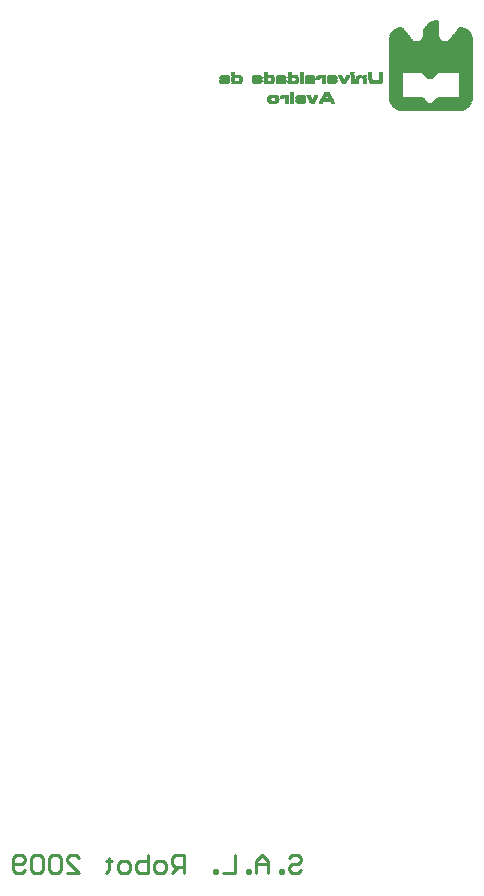
<source format=gbo>
%FSLAX23Y23*%
%MOMM*%
%SFA1B1*%

%IPPOS*%
%ADD10C,0.253999*%
%ADD35R,5.384789X0.025400*%
%ADD36R,5.587989X0.025400*%
%ADD37R,5.740389X0.025400*%
%ADD38R,5.841988X0.025400*%
%ADD39R,5.943588X0.025400*%
%ADD40R,6.019788X0.025400*%
%ADD41R,6.121388X0.025400*%
%ADD42R,6.172188X0.025400*%
%ADD43R,6.248388X0.025400*%
%ADD44R,6.299187X0.025400*%
%ADD45R,6.375387X0.025400*%
%ADD46R,6.426187X0.025400*%
%ADD47R,6.476987X0.025400*%
%ADD48R,6.502387X0.025400*%
%ADD49R,6.553187X0.025400*%
%ADD50R,6.603987X0.025400*%
%ADD51R,6.654787X0.025400*%
%ADD52R,6.680187X0.025400*%
%ADD53R,6.705587X0.025400*%
%ADD54R,6.756386X0.025400*%
%ADD55R,6.781786X0.025400*%
%ADD56R,6.807186X0.025400*%
%ADD57R,6.832586X0.025400*%
%ADD58R,3.276593X0.025400*%
%ADD59R,3.403593X0.025400*%
%ADD60R,0.685799X0.025400*%
%ADD61R,0.279399X0.025400*%
%ADD62R,0.609599X0.025400*%
%ADD63R,0.355599X0.025400*%
%ADD64R,0.380999X0.025400*%
%ADD65R,3.225794X0.025400*%
%ADD66R,3.352793X0.025400*%
%ADD67R,0.787398X0.025400*%
%ADD68R,0.711199X0.025400*%
%ADD69R,0.406399X0.025400*%
%ADD70R,3.200394X0.025400*%
%ADD71R,3.301993X0.025400*%
%ADD72R,0.838198X0.025400*%
%ADD73R,0.761998X0.025400*%
%ADD74R,3.174994X0.025400*%
%ADD75R,0.863598X0.025400*%
%ADD76R,0.812798X0.025400*%
%ADD77R,0.431799X0.025400*%
%ADD78R,3.149594X0.025400*%
%ADD79R,0.914398X0.025400*%
%ADD80R,0.457199X0.025400*%
%ADD81R,0.482599X0.025400*%
%ADD82R,0.939798X0.025400*%
%ADD83R,0.888998X0.025400*%
%ADD84R,0.507999X0.025400*%
%ADD85R,1.269997X0.025400*%
%ADD86R,3.124194X0.025400*%
%ADD87R,3.251193X0.025400*%
%ADD88R,0.304799X0.025400*%
%ADD89R,0.533399X0.025400*%
%ADD90R,1.219198X0.025400*%
%ADD91R,0.330199X0.025400*%
%ADD92R,0.558799X0.025400*%
%ADD93R,1.193798X0.025400*%
%ADD94R,0.253999X0.025400*%
%ADD95R,0.584199X0.025400*%
%ADD96R,1.168398X0.025400*%
%ADD97R,3.098794X0.025400*%
%ADD98R,1.142998X0.025400*%
%ADD99R,3.073394X0.025400*%
%ADD100R,1.117598X0.025400*%
%ADD101R,1.092198X0.025400*%
%ADD102R,3.047994X0.025400*%
%ADD103R,1.066798X0.025400*%
%ADD104R,3.022594X0.025400*%
%ADD105R,1.041398X0.025400*%
%ADD106R,2.997194X0.025400*%
%ADD107R,1.015998X0.025400*%
%ADD108R,2.946394X0.025400*%
%ADD109R,2.920994X0.025400*%
%ADD110R,2.870194X0.025400*%
%ADD111R,2.971794X0.025400*%
%ADD112R,2.819394X0.025400*%
%ADD113R,2.717795X0.025400*%
%ADD114R,0.736599X0.025400*%
%ADD115R,0.634999X0.025400*%
%ADD116R,0.660399X0.025400*%
%ADD117R,0.101600X0.025400*%
%ADD118R,0.203200X0.025400*%
%ADD119R,0.228600X0.025400*%
%ADD120R,0.177800X0.025400*%
%ADD121R,0.965198X0.025400*%
%ADD122R,1.320797X0.025400*%
%ADD123R,1.422397X0.025400*%
%ADD124R,1.523997X0.025400*%
%ADD125R,7.061186X0.025400*%
%ADD126R,2.209796X0.025400*%
%ADD127R,2.184396X0.025400*%
%ADD128R,2.133596X0.025400*%
%ADD129R,2.006596X0.025400*%
%ADD130R,2.082796X0.025400*%
%ADD131R,1.904996X0.025400*%
%ADD132R,2.031996X0.025400*%
%ADD133R,1.828796X0.025400*%
%ADD134R,1.752596X0.025400*%
%ADD135R,1.981196X0.025400*%
%ADD136R,1.676397X0.025400*%
%ADD137R,1.955796X0.025400*%
%ADD138R,1.625597X0.025400*%
%ADD139R,1.930396X0.025400*%
%ADD140R,1.600197X0.025400*%
%ADD141R,1.574797X0.025400*%
%ADD142R,1.879596X0.025400*%
%ADD143R,1.498597X0.025400*%
%ADD144R,1.854196X0.025400*%
%ADD145R,1.473197X0.025400*%
%ADD146R,1.803396X0.025400*%
%ADD147R,1.447797X0.025400*%
%ADD148R,1.777996X0.025400*%
%ADD149R,1.396997X0.025400*%
%ADD150R,1.727197X0.025400*%
%ADD151R,1.701797X0.025400*%
%ADD152R,1.371597X0.025400*%
%ADD153R,1.650997X0.025400*%
%ADD154R,1.549397X0.025400*%
%ADD155R,1.346197X0.025400*%
%ADD156R,1.295397X0.025400*%
%ADD157R,1.244598X0.025400*%
%ADD158R,0.990598X0.025400*%
G54D10*
X102127Y79749D02*
X101873Y80003D01*
Y81019*
X102127Y81273*
X102635*
X102889Y81019*
Y80765*
X102635Y80511*
X101873*
X102127Y79749D02*
X102635D01*
X102889Y80003*
X103397D02*
X103651Y79749D01*
X104159*
X104413Y80003*
Y81019*
X104159Y81273*
X103651*
X103397Y81019*
Y80003*
X104920D02*
X105174Y79749D01*
X105682*
X105936Y80003*
Y81019*
X105682Y81273*
X105174*
X104920Y81019*
Y80003*
X106444Y79749D02*
X107460D01*
X106444Y80765*
Y81019*
X106698Y81273*
X107206*
X107460Y81019*
X109999Y80003D02*
X109745Y79749D01*
X109999Y80003D02*
Y80765D01*
X110253*
X109745*
X109999*
Y81019*
X110760Y80511D02*
X111014Y80765D01*
X111522*
X111776Y80511*
Y80003*
X111522Y79749*
X111014*
X110760Y80003*
Y80511*
X112284D02*
X112538Y80765D01*
X113300*
Y81273D02*
Y79749D01*
X112538*
X112284Y80003*
Y80257*
Y80511*
X113807Y80003D02*
Y80511D01*
X114061Y80765*
X114569*
X114823Y80511*
Y80003*
X114569Y79749*
X114061*
X113807Y80003*
X115331Y79749D02*
X115839Y80257D01*
X115585D02*
X116347D01*
Y79749D02*
Y81273D01*
X115585*
X115331Y81019*
Y80511*
X115585Y80257*
X118886Y80003D02*
Y79749D01*
X119140*
Y80003*
X118886*
X119648Y79749D02*
X120663D01*
Y81273*
X121679Y80003D02*
Y79749D01*
X121933*
Y80003*
X121679*
X122441Y79749D02*
Y80511D01*
X123456*
Y80765D02*
X122949Y81273D01*
X122441Y80765*
Y79749*
X123456D02*
Y80765D01*
X125234Y81019D02*
X125488Y81273D01*
X125996*
X126249Y81019*
Y80765*
X125996Y80511*
X125488*
X125234Y80257*
Y80003*
X125488Y79749*
X125996*
X126249Y80003*
X124726D02*
X124472D01*
Y79749*
X124726*
Y80003*
G54D35*
X137239Y144291D03*
G54D36*
X137239Y144317D03*
G54D37*
X137239Y144342D03*
G54D38*
X137239Y144367D03*
G54D39*
X137239Y144393D03*
G54D40*
X137252Y144418D03*
G54D41*
X137252Y144444D03*
G54D42*
X137252Y144469D03*
G54D43*
X137239Y144494D03*
G54D44*
X137239Y144520D03*
G54D45*
X137252Y144545D03*
G54D46*
X137252Y144571D03*
G54D47*
X137252Y144596D03*
G54D48*
X137239Y144621D03*
G54D49*
X137239Y144647D03*
G54D50*
X137239Y144672D03*
G54D51*
X137239Y144698D03*
G54D52*
X137252Y144723D03*
G54D53*
X137239Y144748D03*
G54D54*
X137239Y144774D03*
G54D55*
X137252Y144799D03*
G54D56*
X137239Y144825D03*
G54D57*
X137252Y144850D03*
G54D58*
X135448Y144875D03*
X139080Y144977D03*
Y145002D03*
X139106Y145028D03*
G54D59*
X138966Y144875D03*
G54D60*
X128920Y147187D03*
X123917Y145536D03*
Y144901D03*
G54D61*
X129225Y146755D03*
Y146780D03*
Y146806D03*
Y147009D03*
X128920Y147238D03*
X129708Y146933D03*
X129759Y146831D03*
X130622D03*
Y146806D03*
Y146780D03*
Y146755D03*
Y146730D03*
Y146704D03*
Y146679D03*
Y146653D03*
Y146628D03*
Y146603D03*
Y146577D03*
Y146552D03*
Y146857D03*
Y146882D03*
Y146907D03*
Y146933D03*
Y146958D03*
Y146984D03*
Y147009D03*
Y147034D03*
Y147060D03*
Y147085D03*
Y147111D03*
Y147136D03*
Y147161D03*
Y147187D03*
Y147212D03*
Y147492D03*
X131029Y146933D03*
Y146907D03*
Y146882D03*
Y146857D03*
Y146831D03*
Y146806D03*
Y146780D03*
Y146755D03*
Y146730D03*
Y146704D03*
Y146679D03*
Y146653D03*
Y146628D03*
Y146603D03*
Y146577D03*
Y146552D03*
X131664D03*
Y146577D03*
Y146603D03*
Y146628D03*
Y146653D03*
Y146679D03*
Y146704D03*
Y146730D03*
Y146755D03*
Y146780D03*
Y146806D03*
Y146831D03*
Y146857D03*
Y146882D03*
Y146907D03*
Y147161D03*
Y147187D03*
Y147212D03*
X128616Y147009D03*
Y146780D03*
Y146755D03*
X128209D03*
Y146730D03*
Y146704D03*
Y146679D03*
Y146653D03*
Y146628D03*
Y146603D03*
Y146577D03*
Y146552D03*
Y146780D03*
Y146806D03*
Y146831D03*
Y146857D03*
Y146882D03*
Y147187D03*
Y147212D03*
X127701Y146907D03*
X127346Y147009D03*
X126761Y147034D03*
X126355D03*
Y147009D03*
Y146984D03*
Y146958D03*
Y146933D03*
Y146907D03*
Y146882D03*
Y146857D03*
Y146831D03*
Y146806D03*
Y146780D03*
Y146755D03*
Y146730D03*
Y146704D03*
Y146679D03*
Y146653D03*
Y146628D03*
Y146603D03*
Y146577D03*
Y146552D03*
Y147060D03*
Y147085D03*
Y147111D03*
Y147136D03*
Y147161D03*
Y147187D03*
Y147212D03*
X125949Y146984D03*
Y146806D03*
X125923Y145358D03*
Y145333D03*
Y145104D03*
Y145079D03*
X126533Y145104D03*
Y145129D03*
Y145333D03*
Y145358D03*
X127066Y145155D03*
X125517D03*
Y145129D03*
Y145104D03*
Y145079D03*
Y145053D03*
Y145028D03*
Y145002D03*
Y144977D03*
Y144952D03*
Y144926D03*
Y144901D03*
Y145180D03*
Y145206D03*
Y145231D03*
Y145256D03*
Y145282D03*
Y145307D03*
Y145333D03*
Y145358D03*
Y145383D03*
Y145409D03*
Y145434D03*
Y145460D03*
Y145485D03*
Y145510D03*
Y145536D03*
Y145561D03*
X125110D03*
Y145536D03*
Y145256D03*
Y145231D03*
Y145206D03*
Y145180D03*
Y145155D03*
Y145129D03*
Y145104D03*
Y145079D03*
Y145053D03*
Y145028D03*
Y145002D03*
Y144977D03*
Y144952D03*
Y144926D03*
Y144901D03*
X124628Y145256D03*
Y145282D03*
Y145307D03*
X124247D03*
Y145282D03*
X124272Y145231D03*
Y145206D03*
X124247Y145129D03*
X123586Y145155D03*
Y145180D03*
Y145206D03*
Y145231D03*
Y145256D03*
Y145282D03*
X124755Y145561D03*
X124907Y146755D03*
Y146780D03*
Y146806D03*
X124298Y146780D03*
Y146755D03*
Y146552D03*
Y146984D03*
Y147009D03*
X123917Y146958D03*
Y146933D03*
Y146831D03*
Y146806D03*
X123256Y146831D03*
Y146857D03*
Y146882D03*
Y146907D03*
Y146933D03*
Y147212D03*
Y147238D03*
Y147263D03*
Y147288D03*
Y147314D03*
Y147339D03*
Y147365D03*
Y147390D03*
Y147415D03*
Y147441D03*
Y147466D03*
Y147492D03*
X122850Y147009D03*
Y146806D03*
Y146780D03*
X123256Y146577D03*
Y146552D03*
X125314D03*
X122240Y146755D03*
Y146780D03*
Y147009D03*
X121173Y146958D03*
Y146933D03*
Y146907D03*
Y146882D03*
Y146857D03*
Y146831D03*
Y146806D03*
X120513D03*
Y146831D03*
Y146857D03*
Y146882D03*
Y146907D03*
Y146933D03*
Y146958D03*
Y147212D03*
Y147238D03*
Y147263D03*
Y147288D03*
Y147314D03*
Y147339D03*
Y147365D03*
Y147390D03*
Y147415D03*
Y147441D03*
Y147466D03*
Y147492D03*
X120107Y147009D03*
Y146806D03*
Y146780D03*
X120513Y146577D03*
Y146552D03*
X119497Y146755D03*
Y146780D03*
Y147009D03*
X119802Y147238D03*
G54D62*
X129924Y146806D03*
X128450Y145663D03*
Y145637D03*
X126215Y144901D03*
G54D63*
X132997Y146806D03*
X129924Y146552D03*
X128654Y146730D03*
X128171Y147009D03*
X127739D03*
X127841Y147212D03*
X127307Y146730D03*
X127231Y144901D03*
X127942D03*
Y144926D03*
X127968Y144977D03*
X127993Y145028D03*
X128146Y145307D03*
X128171Y145358D03*
X128196Y145409D03*
X128222Y145434D03*
X128247Y145485D03*
Y145510D03*
X128679Y145460D03*
X128730Y145358D03*
X128450Y145841D03*
X124564Y147238D03*
X123878Y147009D03*
X123294D03*
X123624Y145104D03*
X122278Y146730D03*
X119535D03*
G54D64*
X132172Y146806D03*
X134635Y151276D03*
X131613Y147009D03*
X131079D03*
X129911Y146577D03*
X129174Y146730D03*
X128920Y145028D03*
Y145002D03*
X128946Y144977D03*
Y144952D03*
X128971Y144926D03*
Y144901D03*
X128768Y145307D03*
X128743Y145333D03*
X128717Y145383D03*
X128692Y145409D03*
Y145434D03*
X128666Y145485D03*
X128641Y145510D03*
X128235Y145460D03*
X128184Y145383D03*
X128158Y145333D03*
X127981Y145002D03*
X127955Y144952D03*
X126482Y145383D03*
X125974D03*
X127066Y147238D03*
X125339Y147009D03*
X124755Y145536D03*
X122799Y146730D03*
X120056D03*
X139842Y151276D03*
G54D65*
X139131Y145104D03*
X135423Y144901D03*
G54D66*
X139017Y144901D03*
G54D67*
X128920Y146628D03*
Y147136D03*
X134585Y151149D03*
X137531Y151708D03*
X139919Y151149D03*
X127955Y147060D03*
Y147034D03*
X127041Y146603D03*
X126228Y145485D03*
X123917Y144926D03*
X124602Y147161D03*
X122545Y146628D03*
X119776D03*
X119802Y147136D03*
G54D68*
X137188Y147085D03*
Y147111D03*
X139906Y151175D03*
X137569Y151759D03*
X128908Y146603D03*
X128450Y145561D03*
X126215Y144926D03*
X124894Y145510D03*
X122558Y147187D03*
X119789D03*
G54D69*
X137188Y146984D03*
X137671Y151860D03*
X131244Y147212D03*
X129924Y146603D03*
X127841Y147187D03*
X126799Y146806D03*
X125733Y146552D03*
X127231Y144952D03*
Y144926D03*
X124691Y146984D03*
G54D70*
X139144Y145129D03*
X139169Y145155D03*
X135385Y144926D03*
G54D71*
X139042Y144926D03*
X139068Y144952D03*
G54D72*
X128920Y147085D03*
Y147111D03*
X134559Y151124D03*
X139919D03*
X127066Y146933D03*
X127041Y146907D03*
Y146628D03*
X126228Y145434D03*
X123917Y144952D03*
X124577Y146577D03*
Y146933D03*
X124602Y147111D03*
Y147136D03*
X122545Y147111D03*
Y147085D03*
X119802D03*
Y147111D03*
G54D73*
X137188Y147136D03*
X128908Y147161D03*
X127968Y147136D03*
Y147111D03*
Y147085D03*
X127053Y147187D03*
X126977Y146831D03*
X126215Y144952D03*
X124869Y145358D03*
Y145383D03*
Y145409D03*
Y145434D03*
Y145460D03*
X123929Y145510D03*
X122558Y147161D03*
X119789D03*
G54D74*
X139182Y145180D03*
X135347Y145002D03*
X135372Y144952D03*
G54D75*
X137188Y147212D03*
X137493Y151657D03*
X131371Y147136D03*
X128908Y146704D03*
Y146679D03*
X127053Y146653D03*
Y147060D03*
Y147085D03*
Y147111D03*
X125580Y147187D03*
X126241Y145409D03*
X126215Y145028D03*
Y145002D03*
X123929Y144977D03*
Y145460D03*
X123548Y146603D03*
Y147187D03*
X124590Y147085D03*
Y147060D03*
Y146907D03*
Y146628D03*
Y146603D03*
X122532Y146679D03*
Y146704D03*
X120805Y146603D03*
Y147187D03*
X119789Y146704D03*
Y146679D03*
G54D76*
X137188Y147161D03*
Y147187D03*
X137518Y151683D03*
X128908Y146653D03*
X127003Y146857D03*
X127028Y146882D03*
X127079Y146958D03*
X127053Y147136D03*
Y147161D03*
X126241Y145460D03*
X126215Y144977D03*
X123929Y145485D03*
X124564Y146958D03*
X122558Y147136D03*
X122532Y146653D03*
X119789D03*
G54D77*
X129911Y146628D03*
X128463Y145815D03*
X127219Y144977D03*
X124704Y146552D03*
X123688D03*
X120945D03*
G54D78*
X139195Y145206D03*
X135308Y145079D03*
X135334Y145028D03*
X135359Y144977D03*
G54D79*
X137188Y147238D03*
X139931Y151098D03*
X137467Y151606D03*
X131346Y147034D03*
X125606Y147111D03*
Y147136D03*
Y146653D03*
Y146628D03*
X123574Y146653D03*
Y146679D03*
Y146704D03*
Y147060D03*
Y147085D03*
Y147111D03*
X123929Y145409D03*
Y145383D03*
Y145028D03*
Y145002D03*
X120830Y146653D03*
Y146679D03*
Y146704D03*
Y147060D03*
Y147085D03*
Y147111D03*
G54D80*
X129924Y146653D03*
X128450Y145790D03*
X127231Y145002D03*
G54D81*
X129911Y146679D03*
X131232Y147187D03*
X128463Y145764D03*
X127219Y145028D03*
X126228Y145561D03*
X123688Y147212D03*
X120945D03*
X139868Y151251D03*
G54D82*
X137175Y147263D03*
X134559Y151073D03*
X132578Y146577D03*
X137455Y151581D03*
X125618Y147085D03*
Y147060D03*
Y147034D03*
Y146755D03*
Y146730D03*
Y146704D03*
Y146679D03*
X123586Y146730D03*
Y146755D03*
Y147034D03*
X123917Y145358D03*
Y145079D03*
Y145053D03*
X120843Y146730D03*
Y146755D03*
Y147034D03*
G54D83*
X128920Y146831D03*
Y146857D03*
Y146882D03*
Y146907D03*
Y146933D03*
Y146958D03*
Y146984D03*
Y147060D03*
X131359D03*
Y147085D03*
Y147111D03*
X134559Y151098D03*
X137480Y151632D03*
X127041Y146704D03*
Y146679D03*
X125593Y146603D03*
Y147161D03*
X126228Y145307D03*
Y145282D03*
Y145256D03*
Y145231D03*
Y145206D03*
Y145180D03*
Y145155D03*
Y145053D03*
X123917Y145434D03*
X123561Y146628D03*
Y147136D03*
Y147161D03*
X122545Y147060D03*
Y146984D03*
Y146958D03*
Y146933D03*
Y146907D03*
Y146882D03*
Y146857D03*
Y146831D03*
X124602D03*
Y146857D03*
Y146882D03*
Y146704D03*
Y146679D03*
Y146653D03*
X120818Y146628D03*
Y147136D03*
Y147161D03*
X119802Y147060D03*
Y146984D03*
Y146958D03*
Y146933D03*
Y146907D03*
Y146882D03*
Y146857D03*
Y146831D03*
G54D84*
X137188Y147009D03*
X134623Y151251D03*
X137645Y151835D03*
X129924Y146704D03*
X128908Y146552D03*
X128450Y145739D03*
X127231Y145053D03*
X125733Y147212D03*
X123929Y145561D03*
X122532Y146552D03*
X119789D03*
G54D85*
X128450Y145053D03*
X134546Y150895D03*
X137290Y151124D03*
Y151149D03*
G54D86*
X139207Y145231D03*
X135296Y145104D03*
X135321Y145053D03*
G54D87*
X139118Y145053D03*
Y145079D03*
G54D88*
X132133Y146933D03*
Y146958D03*
Y146984D03*
Y147009D03*
Y147034D03*
Y147060D03*
Y147085D03*
Y147111D03*
Y147136D03*
Y147161D03*
Y147187D03*
Y147212D03*
Y147238D03*
Y147263D03*
Y147288D03*
Y147314D03*
Y147339D03*
Y147365D03*
Y147390D03*
Y147415D03*
Y147441D03*
Y147466D03*
Y147492D03*
X133022D03*
Y147466D03*
Y147441D03*
Y147415D03*
Y147390D03*
Y147365D03*
Y147339D03*
Y147314D03*
Y147288D03*
Y147263D03*
Y147238D03*
Y147212D03*
Y147187D03*
Y147161D03*
Y147136D03*
Y147111D03*
Y147085D03*
Y147060D03*
Y147034D03*
Y147009D03*
Y146984D03*
Y146958D03*
Y146933D03*
Y146907D03*
X131651Y146933D03*
Y146958D03*
X131041D03*
X130609Y147314D03*
Y147339D03*
Y147365D03*
Y147390D03*
Y147415D03*
Y147441D03*
Y147466D03*
X130254Y147212D03*
X130203Y147111D03*
X130178Y147034D03*
X130152Y147009D03*
Y146984D03*
X130127Y146933D03*
X130101Y146907D03*
Y146882D03*
X130076Y146857D03*
Y146831D03*
X129746Y146857D03*
X129720Y146882D03*
Y146907D03*
X129695Y146958D03*
X129670Y147009D03*
X129644Y147060D03*
X129593Y147187D03*
X129212Y147034D03*
X128628D03*
X128196Y146958D03*
Y146933D03*
Y146907D03*
X127714Y146933D03*
Y146958D03*
Y146984D03*
X126749Y146730D03*
X125936Y146780D03*
X126342Y147314D03*
Y147339D03*
Y147365D03*
Y147390D03*
Y147415D03*
Y147441D03*
Y147466D03*
Y147492D03*
X126901Y145510D03*
X126926Y145460D03*
X126952Y145409D03*
X126977Y145358D03*
Y145333D03*
X127003Y145307D03*
Y145282D03*
X127028Y145256D03*
Y145231D03*
X127053Y145206D03*
Y145180D03*
X127384D03*
Y145155D03*
X127409Y145206D03*
Y145231D03*
X127434Y145256D03*
X127460Y145307D03*
Y145333D03*
X127511Y145434D03*
X127536Y145485D03*
X127561Y145561D03*
X126520Y145079D03*
X125529Y145637D03*
Y145663D03*
Y145688D03*
Y145714D03*
Y145739D03*
Y145764D03*
Y145790D03*
Y145815D03*
X125098Y145307D03*
Y145282D03*
X124640Y145333D03*
X124234D03*
X124259Y145256D03*
Y145180D03*
Y145155D03*
X123599Y145129D03*
Y145307D03*
X123904Y146780D03*
Y146984D03*
X124310Y147034D03*
Y146806D03*
X124894Y147034D03*
X125301Y146984D03*
Y146958D03*
Y146933D03*
Y146907D03*
Y146882D03*
Y146857D03*
Y146831D03*
Y146806D03*
Y146577D03*
Y147212D03*
Y147238D03*
Y147263D03*
Y147288D03*
Y147314D03*
Y147339D03*
Y147365D03*
Y147390D03*
Y147415D03*
Y147441D03*
Y147466D03*
Y147492D03*
X123269Y146984D03*
Y146958D03*
Y146806D03*
X122837Y146755D03*
Y147034D03*
X122558Y147238D03*
X122253Y147034D03*
X121161Y146984D03*
Y146780D03*
X120526D03*
Y146984D03*
X120094Y147034D03*
Y146755D03*
X119510Y147034D03*
G54D89*
X129911Y146730D03*
X131232Y147161D03*
X128463Y145714D03*
X127219Y145079D03*
X125745Y146577D03*
X123688D03*
X120945D03*
G54D90*
X137188Y147390D03*
X139957Y150921D03*
X137315Y151225D03*
Y151251D03*
X134546Y150921D03*
X134318Y145409D03*
X128450Y145079D03*
G54D91*
X132146Y146831D03*
Y146857D03*
Y146882D03*
Y146907D03*
X133010Y146882D03*
Y146857D03*
Y146831D03*
X131638Y146984D03*
X131054D03*
X130140Y146958D03*
X130190Y147060D03*
Y147085D03*
X130216Y147136D03*
X130241Y147161D03*
Y147187D03*
X129606Y147161D03*
Y147136D03*
X129632Y147111D03*
Y147085D03*
X129657Y147034D03*
X129682Y146984D03*
X129581Y147212D03*
X128184Y146984D03*
X127549Y145536D03*
Y145510D03*
X127523Y145460D03*
X127498Y145409D03*
Y145383D03*
X127473Y145358D03*
X127447Y145282D03*
X126965Y145383D03*
X126939Y145434D03*
X126914Y145485D03*
X126888Y145536D03*
Y145561D03*
X125923Y147009D03*
X125314Y146780D03*
X124882Y146730D03*
X124323D03*
X123282Y146780D03*
X123612Y145333D03*
X124221Y145104D03*
X125085Y145333D03*
X121148Y147009D03*
X120538D03*
G54D92*
X137188Y147034D03*
X137620Y151810D03*
X129924Y146755D03*
X128450Y145688D03*
X127231Y145104D03*
G54D93*
X140173Y145409D03*
X139944Y150946D03*
X137328Y151276D03*
X132578Y146780D03*
Y146755D03*
Y146730D03*
X128463Y145104D03*
G54D94*
X125910Y145129D03*
X125961Y146831D03*
Y146857D03*
Y146882D03*
Y146907D03*
Y146933D03*
Y146958D03*
X126749Y147009D03*
X126723Y146780D03*
Y146755D03*
X127358D03*
Y146780D03*
Y147034D03*
X124894Y147009D03*
X123929Y146907D03*
Y146882D03*
Y146857D03*
X123701Y147238D03*
X125529Y145841D03*
X137696Y151886D03*
G54D95*
X129911Y146780D03*
X134610Y151225D03*
X139868D03*
X127041Y146552D03*
X127219Y145129D03*
G54D96*
X140185Y145434D03*
Y147466D03*
X137340Y151302D03*
Y151327D03*
X134546Y150946D03*
X134292Y147466D03*
Y147441D03*
Y145460D03*
Y145434D03*
X132591Y146704D03*
X128450Y145129D03*
G54D97*
X139220Y145256D03*
X135283Y145129D03*
G54D98*
X140198Y145460D03*
Y145485D03*
Y145510D03*
Y145536D03*
Y145561D03*
Y145587D03*
Y145612D03*
Y145637D03*
Y145663D03*
Y145688D03*
Y145714D03*
Y145739D03*
Y145764D03*
Y145790D03*
Y145815D03*
Y145841D03*
Y145866D03*
Y145891D03*
Y145917D03*
Y145942D03*
Y145968D03*
Y145993D03*
Y146018D03*
Y146044D03*
Y146069D03*
Y146095D03*
Y146120D03*
Y146145D03*
Y146171D03*
Y146196D03*
Y146222D03*
Y146247D03*
Y146272D03*
Y146298D03*
Y146323D03*
Y146349D03*
Y146374D03*
Y146399D03*
Y146425D03*
Y146450D03*
Y146476D03*
Y146501D03*
Y146526D03*
Y146552D03*
Y146577D03*
Y146603D03*
Y146628D03*
Y146653D03*
Y146679D03*
Y146704D03*
Y146730D03*
Y146755D03*
Y146780D03*
Y146806D03*
Y146831D03*
Y146857D03*
Y146882D03*
Y146907D03*
Y146933D03*
Y146958D03*
Y146984D03*
Y147009D03*
Y147034D03*
Y147060D03*
Y147085D03*
Y147111D03*
Y147136D03*
Y147161D03*
Y147187D03*
Y147212D03*
Y147238D03*
Y147263D03*
Y147288D03*
Y147314D03*
Y147339D03*
Y147365D03*
Y147390D03*
Y147415D03*
Y147441D03*
X139944Y150971D03*
X137353Y151352D03*
Y151378D03*
X134280Y147415D03*
Y147390D03*
Y147365D03*
Y147339D03*
Y147314D03*
Y147288D03*
Y147263D03*
Y147238D03*
Y147212D03*
Y147187D03*
Y147161D03*
Y147136D03*
Y147111D03*
Y147085D03*
Y147060D03*
Y147034D03*
Y147009D03*
Y146984D03*
Y146958D03*
Y146933D03*
Y146907D03*
Y146882D03*
Y146857D03*
Y146831D03*
Y146806D03*
Y146780D03*
Y146755D03*
Y146730D03*
Y146704D03*
Y146679D03*
Y146653D03*
Y146628D03*
Y146603D03*
Y146577D03*
Y146552D03*
Y146526D03*
Y146501D03*
Y146476D03*
Y146450D03*
Y146425D03*
Y146399D03*
Y146374D03*
Y146349D03*
Y146323D03*
Y146298D03*
Y146272D03*
Y146247D03*
Y146222D03*
Y146196D03*
Y146171D03*
Y146145D03*
Y146120D03*
Y146095D03*
Y146069D03*
Y146044D03*
Y146018D03*
Y145993D03*
Y145968D03*
Y145942D03*
Y145917D03*
Y145891D03*
Y145866D03*
Y145841D03*
Y145815D03*
Y145790D03*
Y145764D03*
Y145739D03*
Y145714D03*
Y145688D03*
Y145663D03*
Y145637D03*
Y145612D03*
Y145587D03*
Y145561D03*
Y145536D03*
Y145510D03*
Y145485D03*
X132578Y146679D03*
X137175Y147365D03*
X128463Y145155D03*
G54D99*
X139233Y145282D03*
X135270Y145155D03*
X135245Y145180D03*
G54D100*
X132591Y146653D03*
X134546Y150971D03*
X137366Y151403D03*
X128450Y145180D03*
G54D101*
X132578Y146628D03*
X139944Y150997D03*
X137379Y151429D03*
X128463Y145206D03*
G54D102*
X135232Y145206D03*
G54D103*
X137188Y147339D03*
X134546Y150997D03*
Y151022D03*
X137391Y151454D03*
X128450Y145231D03*
G54D104*
X139258Y145307D03*
X135220Y145231D03*
G54D105*
X132578Y146603D03*
X139944Y151022D03*
X137404Y151479D03*
Y151505D03*
X128463Y145256D03*
G54D106*
X135207Y145256D03*
G54D107*
X137188Y147314D03*
X137417Y151530D03*
X128450Y145282D03*
G54D108*
X135181Y145282D03*
G54D109*
X139309Y145358D03*
X135169Y145307D03*
G54D110*
X135143Y145333D03*
G54D111*
X139284Y145333D03*
G54D112*
X139360Y145383D03*
X135118Y145358D03*
G54D113*
X135067Y145383D03*
G54D114*
X132578Y146552D03*
X134585Y151175D03*
X137556Y151733D03*
X127981Y147161D03*
X127117Y146984D03*
X127041Y146577D03*
X126228Y145510D03*
X128463Y145536D03*
X124882Y145485D03*
X124602Y147187D03*
X122545Y146603D03*
X119776D03*
G54D115*
X128920Y147212D03*
X128463Y145612D03*
X126228Y145536D03*
X122545Y147212D03*
X119802D03*
G54D116*
X137188Y147060D03*
X139880Y151200D03*
X137594Y151784D03*
X134597Y151200D03*
X128908Y146577D03*
X128450Y145587D03*
X127053Y147212D03*
X124590D03*
X122532Y146577D03*
X119789D03*
G54D117*
X127130Y146806D03*
G54D118*
X137188Y146958D03*
X139830Y151302D03*
X131244Y147238D03*
G54D119*
X125745Y147238D03*
X134661Y151302D03*
X120945Y147238D03*
G54D120*
X127854Y147238D03*
G54D121*
X137188Y147288D03*
X139931Y151073D03*
G54D122*
X137188Y147415D03*
X137264Y150921D03*
Y150946D03*
Y150971D03*
Y150997D03*
X134546Y150844D03*
G54D123*
X137188Y147441D03*
X139931Y150768D03*
X137239Y150489D03*
Y150463D03*
G54D124*
X137188Y147466D03*
X137239Y150362D03*
X134572Y150692D03*
G54D125*
X137239Y147492D03*
Y147517D03*
Y147542D03*
Y147568D03*
Y147593D03*
Y147619D03*
Y147644D03*
Y147669D03*
Y147695D03*
Y147720D03*
Y147746D03*
Y147771D03*
Y147796D03*
Y147822D03*
Y147847D03*
Y147873D03*
Y147898D03*
Y147923D03*
Y147949D03*
Y147974D03*
Y148000D03*
Y148025D03*
Y148050D03*
Y148076D03*
Y148101D03*
Y148127D03*
Y148152D03*
Y148177D03*
Y148203D03*
Y148228D03*
Y148254D03*
Y148279D03*
Y148304D03*
Y148330D03*
Y148355D03*
Y148381D03*
Y148406D03*
Y148431D03*
Y148457D03*
Y148482D03*
Y148508D03*
Y148533D03*
Y148558D03*
Y148584D03*
Y148609D03*
Y148635D03*
Y148660D03*
Y148685D03*
Y148711D03*
Y148736D03*
Y148762D03*
Y148787D03*
Y148812D03*
Y148838D03*
Y148863D03*
Y148889D03*
Y148914D03*
Y148939D03*
Y148965D03*
Y148990D03*
Y149016D03*
Y149041D03*
Y149066D03*
Y149092D03*
Y149117D03*
Y149143D03*
Y149168D03*
Y149193D03*
Y149219D03*
Y149244D03*
Y149270D03*
Y149295D03*
Y149320D03*
Y149346D03*
Y149371D03*
Y149397D03*
Y149422D03*
Y149447D03*
Y149473D03*
Y149498D03*
Y149524D03*
Y149549D03*
Y149574D03*
Y149600D03*
Y149625D03*
Y149651D03*
Y149676D03*
Y149701D03*
Y149727D03*
Y149752D03*
Y149778D03*
Y149803D03*
Y149828D03*
Y149854D03*
Y149879D03*
Y149905D03*
Y149930D03*
Y149955D03*
Y149981D03*
Y150006D03*
Y150032D03*
Y150057D03*
Y150082D03*
Y150108D03*
G54D126*
X139665Y150133D03*
X134813D03*
G54D127*
X137239Y150133D03*
G54D128*
X139703Y150159D03*
X134775D03*
G54D129*
X139766Y150235D03*
X137252Y150159D03*
X134712Y150235D03*
G54D130*
X139728Y150184D03*
X134750D03*
G54D131*
X139817Y150336D03*
X137252Y150184D03*
X134661Y150336D03*
G54D132*
X139753Y150209D03*
X134724D03*
G54D133*
X139855Y150413D03*
Y150438D03*
X137239Y150209D03*
G54D134*
X139868Y150489D03*
X137252Y150235D03*
X134610Y150514D03*
G54D135*
X134699Y150260D03*
G54D136*
X137239Y150260D03*
X134597Y150565D03*
G54D137*
X139792Y150260D03*
X134686Y150286D03*
G54D138*
X139906Y150616D03*
X137239Y150286D03*
X134597Y150616D03*
G54D139*
X139804Y150286D03*
Y150311D03*
X134673D03*
G54D140*
X139919Y150641D03*
X137252Y150311D03*
X134585Y150641D03*
G54D141*
X137239Y150336D03*
X134572Y150667D03*
G54D142*
X139830Y150362D03*
X134648D03*
Y150387D03*
G54D143*
X139919Y150717D03*
X137252Y150387D03*
X134559Y150717D03*
G54D144*
X139842Y150387D03*
X134635Y150413D03*
G54D145*
X139931Y150743D03*
X137239Y150413D03*
G54D146*
X134635Y150438D03*
G54D147*
X137252Y150438D03*
X134559Y150743D03*
Y150768D03*
G54D148*
X139855Y150463D03*
X134623D03*
Y150489D03*
G54D149*
X139944Y150794D03*
X137252Y150540D03*
Y150514D03*
X134559Y150794D03*
G54D150*
X139880Y150514D03*
Y150540D03*
G54D151*
X139893Y150565D03*
X134610Y150540D03*
G54D152*
X139931Y150819D03*
X137239Y150692D03*
Y150667D03*
Y150641D03*
Y150616D03*
Y150590D03*
Y150565D03*
X134546Y150819D03*
G54D153*
X139893Y150590D03*
X134585D03*
G54D154*
X139919Y150667D03*
Y150692D03*
G54D155*
X139944Y150844D03*
X137252D03*
Y150819D03*
Y150794D03*
Y150768D03*
Y150743D03*
Y150717D03*
Y150870D03*
Y150895D03*
G54D156*
X139944Y150870D03*
X137277Y151022D03*
Y151048D03*
Y151073D03*
Y151098D03*
X134534Y150870D03*
G54D157*
X139944Y150895D03*
X137302Y151175D03*
Y151200D03*
G54D158*
X139944Y151048D03*
X137429Y151556D03*
X134559Y151048D03*
M02*
</source>
